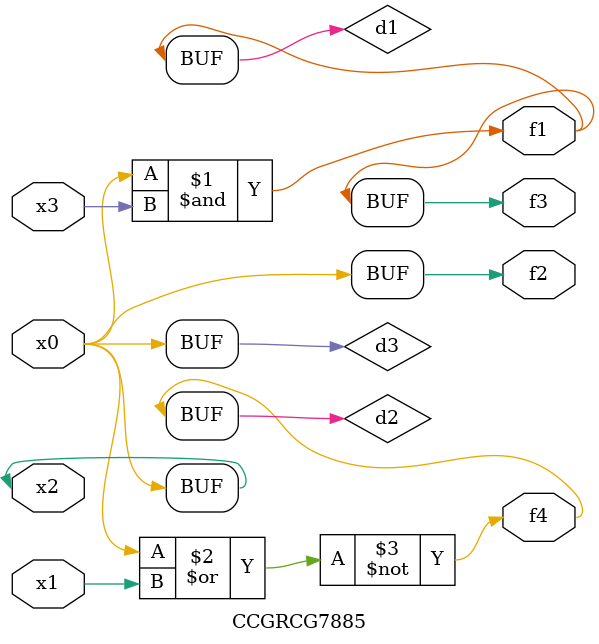
<source format=v>
module CCGRCG7885(
	input x0, x1, x2, x3,
	output f1, f2, f3, f4
);

	wire d1, d2, d3;

	and (d1, x2, x3);
	nor (d2, x0, x1);
	buf (d3, x0, x2);
	assign f1 = d1;
	assign f2 = d3;
	assign f3 = d1;
	assign f4 = d2;
endmodule

</source>
